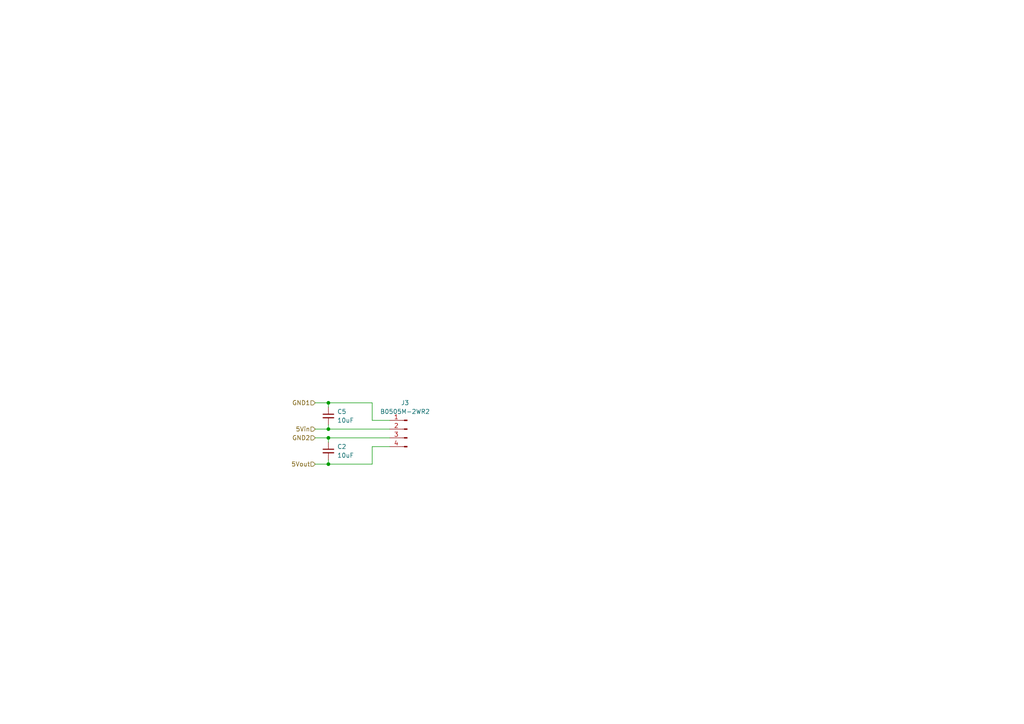
<source format=kicad_sch>
(kicad_sch (version 20230121) (generator eeschema)
  (paper "A4")
  (lib_symbols
    (symbol "Connector:Conn_01x04_Pin" (pin_names (offset 1.016) hide)
      (property "Reference" "J" (at 0 5.08 0))
      (property "Value" "Conn_01x04_Pin" (at 0 -7.62 0))
      (symbol "Conn_01x04_Pin_1_1"
        (polyline (pts (xy 1.27 -5.08) (xy 0.8636 -5.08)) (stroke (width 0.1524)))
        (polyline (pts (xy 1.27 -2.54) (xy 0.8636 -2.54)) (stroke (width 0.1524)))
        (polyline (pts (xy 1.27 0) (xy 0.8636 0)) (stroke (width 0.1524)))
        (polyline (pts (xy 1.27 2.54) (xy 0.8636 2.54)) (stroke (width 0.1524)))
        (rectangle (start 0.8636 -4.953) (end 0 -5.207) (stroke (width 0.1524)) (fill (type outline)))
        (rectangle (start 0.8636 -2.413) (end 0 -2.667) (stroke (width 0.1524)) (fill (type outline)))
        (rectangle (start 0.8636 0.127) (end 0 -0.127) (stroke (width 0.1524)) (fill (type outline)))
        (rectangle (start 0.8636 2.667) (end 0 2.413) (stroke (width 0.1524)) (fill (type outline)))
        (pin passive line (at 5.08 2.54 180) (length 3.81) (name "Pin_1") (number "1"))
        (pin passive line (at 5.08 0 180) (length 3.81) (name "Pin_2") (number "2"))
        (pin passive line (at 5.08 -2.54 180) (length 3.81) (name "Pin_3") (number "3"))
        (pin passive line (at 5.08 -5.08 180) (length 3.81) (name "Pin_4") (number "4"))
      )
    )
    (symbol "Device:C_Small" (pin_numbers hide) (pin_names (offset 0.254) hide)
      (property "Reference" "C" (at 0.254 1.778 0))
      (property "Value" "C_Small" (at 0.254 -2.032 0))
      (symbol "C_Small_0_1"
        (polyline (pts (xy -1.524 -0.508) (xy 1.524 -0.508)) (stroke (width 0.3302)))
        (polyline (pts (xy -1.524 0.508) (xy 1.524 0.508)) (stroke (width 0.3048)))
      )
      (symbol "C_Small_1_1"
        (pin passive line (at 0 2.54 270) (length 2.032) (name "~") (number "1"))
        (pin passive line (at 0 -2.54 90) (length 2.032) (name "~") (number "2"))
      )
    )
  )
  (junction (at 95.25 127))
  (junction (at 95.25 124.46))
  (junction (at 95.25 116.84))
  (junction (at 95.25 134.62))
  (wire (pts (xy 91.44 127) (xy 95.25 127)))
  (wire (pts (xy 95.25 134.62) (xy 107.95 134.62)))
  (wire (pts (xy 95.25 123.19) (xy 95.25 124.46)))
  (wire (pts (xy 91.44 116.84) (xy 95.25 116.84)))
  (wire (pts (xy 95.25 127) (xy 113.03 127)))
  (wire (pts (xy 107.95 116.84) (xy 107.95 121.92)))
  (wire (pts (xy 95.25 127) (xy 95.25 128.27)))
  (wire (pts (xy 95.25 133.35) (xy 95.25 134.62)))
  (wire (pts (xy 95.25 116.84) (xy 95.25 118.11)))
  (wire (pts (xy 107.95 121.92) (xy 113.03 121.92)))
  (wire (pts (xy 95.25 116.84) (xy 107.95 116.84)))
  (wire (pts (xy 107.95 129.54) (xy 113.03 129.54)))
  (wire (pts (xy 107.95 134.62) (xy 107.95 129.54)))
  (wire (pts (xy 91.44 124.46) (xy 95.25 124.46)))
  (wire (pts (xy 91.44 134.62) (xy 95.25 134.62)))
  (wire (pts (xy 95.25 124.46) (xy 113.03 124.46)))
  (hierarchical_label "GND2" (shape input) (at 91.44 127 180))
  (hierarchical_label "5Vin" (shape input) (at 91.44 124.46 180))
  (hierarchical_label "5Vout" (shape input) (at 91.44 134.62 180))
  (hierarchical_label "GND1" (shape input) (at 91.44 116.84 180))
  (symbol (lib_id "Connector:Conn_01x04_Pin") (at 118.11 124.46 0) (mirror y) (unit 1)
    (property "Reference" "J3" (at 117.475 116.84 0))
    (property "Value" "B0505M-2WR2" (at 117.475 119.38 0))
    (property "Footprint" "Connector_PinHeader_2.54mm:PinHeader_1x04_P2.54mm_Vertical" (effects hide))
    (property "lcsc" "C5369522" (effects hide))
  )
  (symbol (lib_id "Device:C_Small") (at 95.25 130.81 0) (unit 1)
    (property "Reference" "C2" (at 97.79 129.5463 0) (effects (justify left)))
    (property "Value" "10uF" (at 97.79 132.0863 0) (effects (justify left)))
    (property "Footprint" "Capacitor_SMD:C_0402_1005Metric" (effects hide))
    (property "lcsc" "C15525" (effects hide))
    (instances (project "board" (path "" (reference "C2") (unit 1)) (path "" (reference "C9") (unit 1))))
  )
  (symbol (lib_id "Device:C_Small") (at 95.25 120.65 0) (unit 1)
    (property "Reference" "C5" (at 97.79 119.3863 0) (effects (justify left)))
    (property "Value" "10uF" (at 97.79 121.9263 0) (effects (justify left)))
    (property "Footprint" "Capacitor_SMD:C_0402_1005Metric" (effects hide))
    (property "lcsc" "C15525" (effects hide))
    (instances (project "board" (path "" (reference "C5") (unit 1)) (path "" (reference "C10") (unit 1))))
  )
)
</source>
